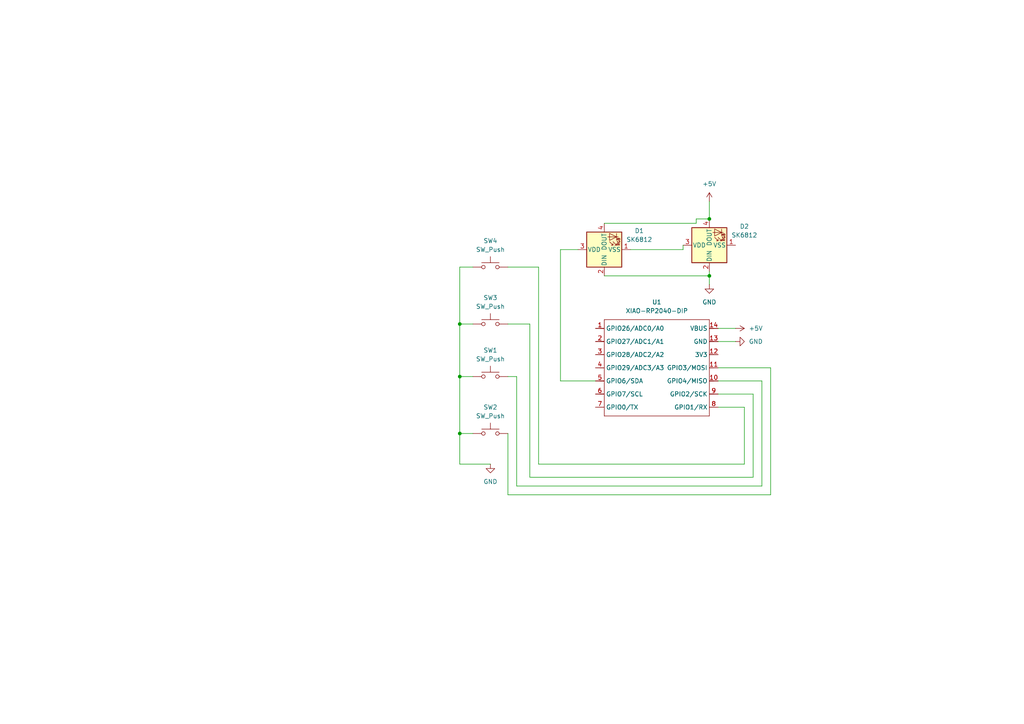
<source format=kicad_sch>
(kicad_sch (version 20250114) (generator "eeschema") (generator_version "9.0")
  (paper "A4")
  (lib_symbols
    (symbol "LED:SK6812" (pin_names (offset 0.254))
      (property "Reference" "D" (at 5.08 5.715 0))
      (property "Value" "SK6812" (at 1.27 -5.715 0))
      (symbol "SK6812_0_0"
        (text "RGB" (at 2.286 -4.191 0) (effects (font (size 0.762 0.762))))
      )
      (symbol "SK6812_0_1"
        (polyline (pts (xy 1.27 -2.54) (xy 1.778 -2.54)))
        (polyline (pts (xy 1.27 -3.556) (xy 1.778 -3.556)))
        (polyline (pts (xy 2.286 -1.524) (xy 1.27 -2.54) (xy 1.27 -2.032)))
        (polyline (pts (xy 2.286 -2.54) (xy 1.27 -3.556) (xy 1.27 -3.048)))
        (polyline (pts (xy 3.683 -1.016) (xy 3.683 -3.556) (xy 3.683 -4.064)))
        (polyline (pts (xy 4.699 -1.524) (xy 2.667 -1.524) (xy 3.683 -3.556) (xy 4.699 -1.524)))
        (polyline (pts (xy 4.699 -3.556) (xy 2.667 -3.556)))
        (rectangle (start 5.08 5.08) (end -5.08 -5.08) (stroke (width 0.254)) (fill (type background)))
      )
      (symbol "SK6812_1_1"
        (pin input line (at -7.62 0 0) (length 2.54) (name "DIN") (number "2"))
        (pin power_in line (at 0 7.62 270) (length 2.54) (name "VDD") (number "3"))
        (pin power_in line (at 0 -7.62 90) (length 2.54) (name "VSS") (number "1"))
        (pin output line (at 7.62 0 180) (length 2.54) (name "DOUT") (number "4"))
      )
    )
    (symbol "OPL:XIAO-RP2040-DIP"
      (property "Reference" "U" (at 0 0 0))
      (property "Value" "XIAO-RP2040-DIP" (at 5.334 -1.778 0))
      (symbol "XIAO-RP2040-DIP_1_0"
        (polyline (pts (xy -1.27 -2.54) (xy 29.21 -2.54)) (stroke (width 0.1524)))
        (polyline (pts (xy -1.27 -5.08) (xy -2.54 -5.08)) (stroke (width 0.1524)))
        (polyline (pts (xy -1.27 -5.08) (xy -1.27 -2.54)) (stroke (width 0.1524)))
        (polyline (pts (xy -1.27 -8.89) (xy -2.54 -8.89)) (stroke (width 0.1524)))
        (polyline (pts (xy -1.27 -8.89) (xy -1.27 -5.08)) (stroke (width 0.1524)))
        (polyline (pts (xy -1.27 -12.7) (xy -2.54 -12.7)) (stroke (width 0.1524)))
        (polyline (pts (xy -1.27 -12.7) (xy -1.27 -8.89)) (stroke (width 0.1524)))
        (polyline (pts (xy -1.27 -16.51) (xy -2.54 -16.51)) (stroke (width 0.1524)))
        (polyline (pts (xy -1.27 -16.51) (xy -1.27 -12.7)) (stroke (width 0.1524)))
        (polyline (pts (xy -1.27 -20.32) (xy -2.54 -20.32)) (stroke (width 0.1524)))
        (polyline (pts (xy -1.27 -24.13) (xy -2.54 -24.13)) (stroke (width 0.1524)))
        (polyline (pts (xy -1.27 -27.94) (xy -2.54 -27.94)) (stroke (width 0.1524)))
        (polyline (pts (xy -1.27 -30.48) (xy -1.27 -16.51)) (stroke (width 0.1524)))
        (polyline (pts (xy 29.21 -2.54) (xy 29.21 -5.08)) (stroke (width 0.1524)))
        (polyline (pts (xy 29.21 -5.08) (xy 29.21 -8.89)) (stroke (width 0.1524)))
        (polyline (pts (xy 29.21 -8.89) (xy 29.21 -12.7)) (stroke (width 0.1524)))
        (polyline (pts (xy 29.21 -12.7) (xy 29.21 -30.48)) (stroke (width 0.1524)))
        (polyline (pts (xy 29.21 -30.48) (xy -1.27 -30.48)) (stroke (width 0.1524)))
        (polyline (pts (xy 30.48 -5.08) (xy 29.21 -5.08)) (stroke (width 0.1524)))
        (polyline (pts (xy 30.48 -8.89) (xy 29.21 -8.89)) (stroke (width 0.1524)))
        (polyline (pts (xy 30.48 -12.7) (xy 29.21 -12.7)) (stroke (width 0.1524)))
        (polyline (pts (xy 30.48 -16.51) (xy 29.21 -16.51)) (stroke (width 0.1524)))
        (polyline (pts (xy 30.48 -20.32) (xy 29.21 -20.32)) (stroke (width 0.1524)))
        (polyline (pts (xy 30.48 -24.13) (xy 29.21 -24.13)) (stroke (width 0.1524)))
        (polyline (pts (xy 30.48 -27.94) (xy 29.21 -27.94)) (stroke (width 0.1524)))
        (pin passive line (at -3.81 -5.08 0) (length 2.54) (name "GPIO26/ADC0/A0") (number "1"))
        (pin passive line (at -3.81 -8.89 0) (length 2.54) (name "GPIO27/ADC1/A1") (number "2"))
        (pin passive line (at -3.81 -12.7 0) (length 2.54) (name "GPIO28/ADC2/A2") (number "3"))
        (pin passive line (at -3.81 -16.51 0) (length 2.54) (name "GPIO29/ADC3/A3") (number "4"))
        (pin passive line (at -3.81 -20.32 0) (length 2.54) (name "GPIO6/SDA") (number "5"))
        (pin passive line (at -3.81 -24.13 0) (length 2.54) (name "GPIO7/SCL") (number "6"))
        (pin passive line (at -3.81 -27.94 0) (length 2.54) (name "GPIO0/TX") (number "7"))
        (pin passive line (at 31.75 -5.08 180) (length 2.54) (name "VBUS") (number "14"))
        (pin passive line (at 31.75 -8.89 180) (length 2.54) (name "GND") (number "13"))
        (pin passive line (at 31.75 -12.7 180) (length 2.54) (name "3V3") (number "12"))
        (pin passive line (at 31.75 -16.51 180) (length 2.54) (name "GPIO3/MOSI") (number "11"))
        (pin passive line (at 31.75 -20.32 180) (length 2.54) (name "GPIO4/MISO") (number "10"))
        (pin passive line (at 31.75 -24.13 180) (length 2.54) (name "GPIO2/SCK") (number "9"))
        (pin passive line (at 31.75 -27.94 180) (length 2.54) (name "GPIO1/RX") (number "8"))
      )
    )
    (symbol "Switch:SW_Push" (pin_numbers (hide yes)) (pin_names (offset 1.016) (hide yes))
      (property "Reference" "SW" (at 1.27 2.54 0))
      (property "Value" "SW_Push" (at 0 -1.524 0))
      (symbol "SW_Push_0_1"
        (circle (center -2.032 0) (radius 0.508))
        (polyline (pts (xy 0 1.27) (xy 0 3.048)))
        (circle (center 2.032 0) (radius 0.508))
        (polyline (pts (xy 2.54 1.27) (xy -2.54 1.27)))
        (pin passive line (at -5.08 0 0) (length 2.54) (name "1") (number "1"))
        (pin passive line (at 5.08 0 180) (length 2.54) (name "2") (number "2"))
      )
    )
    (symbol "power:+5V" (power) (pin_numbers (hide yes)) (pin_names (offset 0) (hide yes))
      (property "Value" "+5V" (at 0 3.556 0))
      (symbol "+5V_0_1"
        (polyline (pts (xy -0.762 1.27) (xy 0 2.54)))
        (polyline (pts (xy 0 2.54) (xy 0.762 1.27)))
        (polyline (pts (xy 0 0) (xy 0 2.54)))
      )
      (symbol "+5V_1_1"
        (pin power_in line (at 0 0 90) (length 0) (name "~") (number "1"))
      )
    )
    (symbol "power:GND" (power) (pin_numbers (hide yes)) (pin_names (offset 0) (hide yes))
      (property "Value" "GND" (at 0 -3.81 0))
      (symbol "GND_0_1"
        (polyline (pts (xy 0 0) (xy 0 -1.27) (xy 1.27 -1.27) (xy 0 -2.54) (xy -1.27 -1.27) (xy 0 -1.27)))
      )
      (symbol "GND_1_1"
        (pin power_in line (at 0 0 270) (length 0) (name "~") (number "1"))
      )
    )
  )
  (junction (at 133.35 93.98))
  (junction (at 205.74 63.5))
  (junction (at 205.74 80.01))
  (junction (at 133.35 125.73))
  (junction (at 133.35 109.22))
  (wire (pts (xy 201.93 64.77) (xy 201.93 63.5)))
  (wire (pts (xy 208.28 110.49) (xy 220.98 110.49)))
  (wire (pts (xy 149.86 140.97) (xy 149.86 109.22)))
  (wire (pts (xy 133.35 134.62) (xy 142.24 134.62)))
  (wire (pts (xy 205.74 78.74) (xy 205.74 80.01)))
  (wire (pts (xy 162.56 72.39) (xy 162.56 110.49)))
  (wire (pts (xy 175.26 64.77) (xy 201.93 64.77)))
  (wire (pts (xy 133.35 125.73) (xy 137.16 125.73)))
  (wire (pts (xy 133.35 77.47) (xy 133.35 93.98)))
  (wire (pts (xy 201.93 63.5) (xy 205.74 63.5)))
  (wire (pts (xy 215.9 134.62) (xy 156.21 134.62)))
  (wire (pts (xy 175.26 80.01) (xy 205.74 80.01)))
  (wire (pts (xy 156.21 77.47) (xy 147.32 77.47)))
  (wire (pts (xy 220.98 140.97) (xy 149.86 140.97)))
  (wire (pts (xy 205.74 58.42) (xy 205.74 63.5)))
  (wire (pts (xy 133.35 125.73) (xy 133.35 134.62)))
  (wire (pts (xy 137.16 77.47) (xy 133.35 77.47)))
  (wire (pts (xy 162.56 110.49) (xy 172.72 110.49)))
  (wire (pts (xy 215.9 118.11) (xy 215.9 134.62)))
  (wire (pts (xy 133.35 93.98) (xy 133.35 109.22)))
  (wire (pts (xy 153.67 138.43) (xy 153.67 93.98)))
  (wire (pts (xy 133.35 93.98) (xy 137.16 93.98)))
  (wire (pts (xy 208.28 118.11) (xy 215.9 118.11)))
  (wire (pts (xy 156.21 134.62) (xy 156.21 77.47)))
  (wire (pts (xy 218.44 114.3) (xy 218.44 138.43)))
  (wire (pts (xy 133.35 109.22) (xy 137.16 109.22)))
  (wire (pts (xy 167.64 72.39) (xy 162.56 72.39)))
  (wire (pts (xy 223.52 106.68) (xy 223.52 143.51)))
  (wire (pts (xy 208.28 106.68) (xy 223.52 106.68)))
  (wire (pts (xy 220.98 110.49) (xy 220.98 140.97)))
  (wire (pts (xy 205.74 80.01) (xy 205.74 82.55)))
  (wire (pts (xy 147.32 125.73) (xy 147.32 143.51)))
  (wire (pts (xy 182.88 72.39) (xy 198.12 72.39)))
  (wire (pts (xy 223.52 143.51) (xy 147.32 143.51)))
  (wire (pts (xy 147.32 93.98) (xy 153.67 93.98)))
  (wire (pts (xy 208.28 99.06) (xy 213.36 99.06)))
  (wire (pts (xy 133.35 109.22) (xy 133.35 125.73)))
  (wire (pts (xy 147.32 109.22) (xy 149.86 109.22)))
  (wire (pts (xy 208.28 95.25) (xy 213.36 95.25)))
  (wire (pts (xy 218.44 138.43) (xy 153.67 138.43)))
  (wire (pts (xy 198.12 72.39) (xy 198.12 71.12)))
  (wire (pts (xy 208.28 114.3) (xy 218.44 114.3)))
  (symbol (lib_id "Switch:SW_Push") (at 142.24 93.98 0) (unit 1)
    (property "Reference" "SW3" (at 142.24 86.36 0))
    (property "Value" "SW_Push" (at 142.24 88.9 0))
    (property "Footprint" "Button_Switch_Keyboard:SW_Cherry_MX_1.00u_PCB" (effects (hide yes)))
    (property "Description" "Push button switch, generic, two pins" (effects (hide yes)))
  )
  (symbol (lib_id "power:+5V") (at 213.36 95.25 270) (unit 1)
    (property "Reference" "#PWR03" (effects (hide yes)))
    (property "Value" "+5V" (at 217.17 95.2499 90) (effects (justify left)))
    (property "Description" "Power symbol creates a global label with name \"+5V\"" (effects (hide yes)))
  )
  (symbol (lib_id "Switch:SW_Push") (at 142.24 77.47 0) (unit 1)
    (property "Reference" "SW4" (at 142.24 69.85 0))
    (property "Value" "SW_Push" (at 142.24 72.39 0))
    (property "Footprint" "Button_Switch_Keyboard:SW_Cherry_MX_1.00u_PCB" (effects (hide yes)))
    (property "Description" "Push button switch, generic, two pins" (effects (hide yes)))
  )
  (symbol (lib_id "LED:SK6812") (at 205.74 71.12 90) (unit 1)
    (property "Reference" "D2" (at 215.9 65.6746 90))
    (property "Value" "SK6812" (at 215.9 68.2146 90))
    (property "Footprint" "LED_SMD:LED_SK6812MINI_PLCC4_3.5x3.5mm_P1.75mm" (effects (hide yes)))
    (property "Datasheet" "https://cdn-shop.adafruit.com/product-files/1138/SK6812+LED+datasheet+.pdf" (effects (hide yes)))
    (property "Description" "RGB LED with integrated controller" (effects (hide yes)))
  )
  (symbol (lib_id "power:GND") (at 142.24 134.62 0) (unit 1)
    (property "Reference" "#PWR01" (effects (hide yes)))
    (property "Value" "GND" (at 142.24 139.7 0))
    (property "Description" "Power symbol creates a global label with name \"GND\" , ground" (effects (hide yes)))
  )
  (symbol (lib_id "LED:SK6812") (at 175.26 72.39 90) (unit 1)
    (property "Reference" "D1" (at 185.42 66.9446 90))
    (property "Value" "SK6812" (at 185.42 69.4846 90))
    (property "Footprint" "LED_SMD:LED_SK6812MINI_PLCC4_3.5x3.5mm_P1.75mm" (effects (hide yes)))
    (property "Datasheet" "https://cdn-shop.adafruit.com/product-files/1138/SK6812+LED+datasheet+.pdf" (effects (hide yes)))
    (property "Description" "RGB LED with integrated controller" (effects (hide yes)))
  )
  (symbol (lib_id "OPL:XIAO-RP2040-DIP") (at 176.53 90.17 0) (unit 1)
    (property "Reference" "U1" (at 190.5 87.63 0))
    (property "Value" "XIAO-RP2040-DIP" (at 190.5 90.17 0))
    (property "Footprint" "OPL:XIAO-RP2040-DIP" (effects (hide yes)))
  )
  (symbol (lib_id "Switch:SW_Push") (at 142.24 109.22 0) (unit 1)
    (property "Reference" "SW1" (at 142.24 101.6 0))
    (property "Value" "SW_Push" (at 142.24 104.14 0))
    (property "Footprint" "Button_Switch_Keyboard:SW_Cherry_MX_1.00u_PCB" (effects (hide yes)))
    (property "Description" "Push button switch, generic, two pins" (effects (hide yes)))
  )
  (symbol (lib_id "power:GND") (at 205.74 82.55 0) (unit 1)
    (property "Reference" "#PWR04" (effects (hide yes)))
    (property "Value" "GND" (at 205.74 87.63 0))
    (property "Description" "Power symbol creates a global label with name \"GND\" , ground" (effects (hide yes)))
  )
  (symbol (lib_id "power:GND") (at 213.36 99.06 90) (unit 1)
    (property "Reference" "#PWR02" (effects (hide yes)))
    (property "Value" "GND" (at 217.17 99.0599 90) (effects (justify right)))
    (property "Description" "Power symbol creates a global label with name \"GND\" , ground" (effects (hide yes)))
  )
  (symbol (lib_id "Switch:SW_Push") (at 142.24 125.73 0) (unit 1)
    (property "Reference" "SW2" (at 142.24 118.11 0))
    (property "Value" "SW_Push" (at 142.24 120.65 0))
    (property "Footprint" "Button_Switch_Keyboard:SW_Cherry_MX_1.00u_PCB" (effects (hide yes)))
    (property "Description" "Push button switch, generic, two pins" (effects (hide yes)))
  )
  (symbol (lib_id "power:+5V") (at 205.74 58.42 0) (unit 1)
    (property "Reference" "#PWR05" (effects (hide yes)))
    (property "Value" "+5V" (at 205.74 53.34 0))
    (property "Description" "Power symbol creates a global label with name \"+5V\"" (effects (hide yes)))
  )
)
</source>
